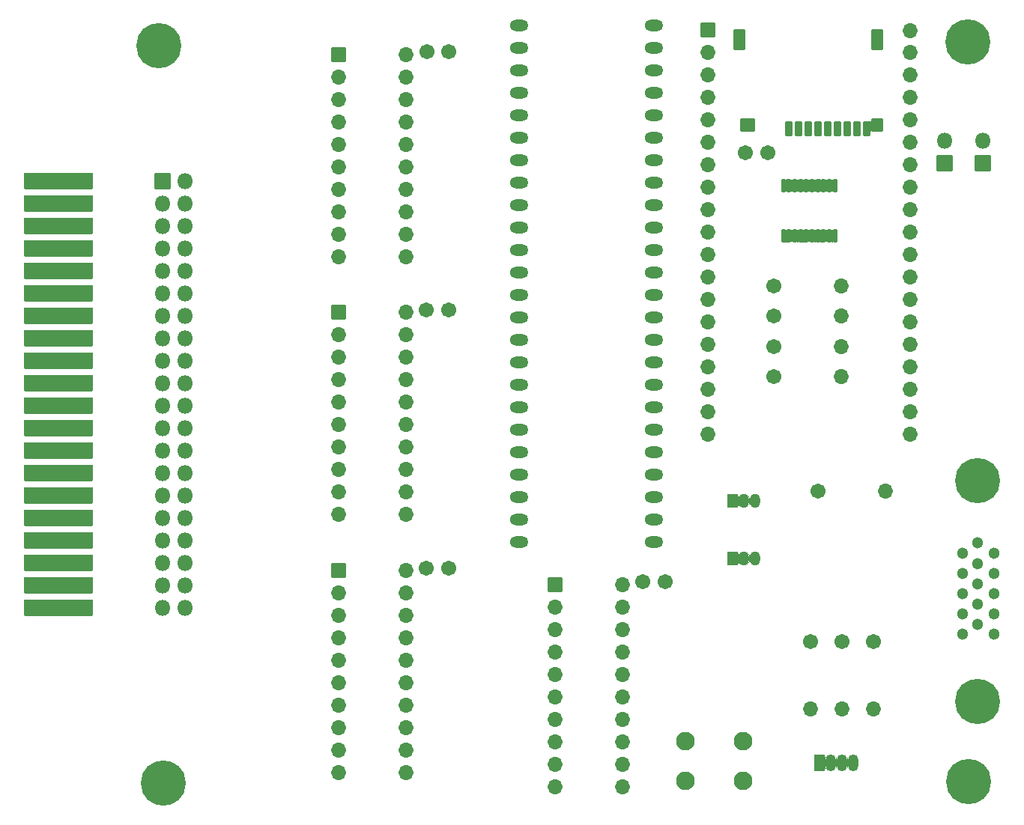
<source format=gbr>
%TF.GenerationSoftware,KiCad,Pcbnew,(6.0.0-0)*%
%TF.CreationDate,2022-01-11T18:58:16-08:00*%
%TF.ProjectId,TRS-IO-M1,5452532d-494f-42d4-9d31-2e6b69636164,rev?*%
%TF.SameCoordinates,Original*%
%TF.FileFunction,Soldermask,Top*%
%TF.FilePolarity,Negative*%
%FSLAX46Y46*%
G04 Gerber Fmt 4.6, Leading zero omitted, Abs format (unit mm)*
G04 Created by KiCad (PCBNEW (6.0.0-0)) date 2022-01-11 18:58:16*
%MOMM*%
%LPD*%
G01*
G04 APERTURE LIST*
G04 Aperture macros list*
%AMRoundRect*
0 Rectangle with rounded corners*
0 $1 Rounding radius*
0 $2 $3 $4 $5 $6 $7 $8 $9 X,Y pos of 4 corners*
0 Add a 4 corners polygon primitive as box body*
4,1,4,$2,$3,$4,$5,$6,$7,$8,$9,$2,$3,0*
0 Add four circle primitives for the rounded corners*
1,1,$1+$1,$2,$3*
1,1,$1+$1,$4,$5*
1,1,$1+$1,$6,$7*
1,1,$1+$1,$8,$9*
0 Add four rect primitives between the rounded corners*
20,1,$1+$1,$2,$3,$4,$5,0*
20,1,$1+$1,$4,$5,$6,$7,0*
20,1,$1+$1,$6,$7,$8,$9,0*
20,1,$1+$1,$8,$9,$2,$3,0*%
G04 Aperture macros list end*
%ADD10RoundRect,0.051000X-0.850000X-0.850000X0.850000X-0.850000X0.850000X0.850000X-0.850000X0.850000X0*%
%ADD11O,1.802000X1.802000*%
%ADD12RoundRect,0.051000X3.810000X-0.889000X3.810000X0.889000X-3.810000X0.889000X-3.810000X-0.889000X0*%
%ADD13RoundRect,0.051000X-0.800000X-0.800000X0.800000X-0.800000X0.800000X0.800000X-0.800000X0.800000X0*%
%ADD14O,1.702000X1.702000*%
%ADD15C,1.702000*%
%ADD16O,2.102000X1.302000*%
%ADD17RoundRect,0.051000X-0.525000X-0.750000X0.525000X-0.750000X0.525000X0.750000X-0.525000X0.750000X0*%
%ADD18O,1.152000X1.602000*%
%ADD19RoundRect,0.051000X0.850000X0.850000X-0.850000X0.850000X-0.850000X-0.850000X0.850000X-0.850000X0*%
%ADD20RoundRect,0.051000X0.350000X0.800000X-0.350000X0.800000X-0.350000X-0.800000X0.350000X-0.800000X0*%
%ADD21RoundRect,0.051000X0.800000X0.700000X-0.800000X0.700000X-0.800000X-0.700000X0.800000X-0.700000X0*%
%ADD22RoundRect,0.051000X0.600000X1.100000X-0.600000X1.100000X-0.600000X-1.100000X0.600000X-1.100000X0*%
%ADD23RoundRect,0.051000X0.600000X0.700000X-0.600000X0.700000X-0.600000X-0.700000X0.600000X-0.700000X0*%
%ADD24RoundRect,0.051000X-0.535000X-0.900000X0.535000X-0.900000X0.535000X0.900000X-0.535000X0.900000X0*%
%ADD25O,1.172000X1.902000*%
%ADD26C,2.102000*%
%ADD27C,0.902000*%
%ADD28C,5.102000*%
%ADD29C,5.103260*%
%ADD30C,1.300880*%
%ADD31RoundRect,0.151000X-0.100000X0.637500X-0.100000X-0.637500X0.100000X-0.637500X0.100000X0.637500X0*%
G04 APERTURE END LIST*
D10*
%TO.C,J1*%
X118839000Y-68759200D03*
D11*
X121379000Y-68759200D03*
X118839000Y-71299200D03*
X121379000Y-71299200D03*
X118839000Y-73839200D03*
X121379000Y-73839200D03*
X118839000Y-76379200D03*
X121379000Y-76379200D03*
X118839000Y-78919200D03*
X121379000Y-78919200D03*
X118839000Y-81459200D03*
X121379000Y-81459200D03*
X118839000Y-83999200D03*
X121379000Y-83999200D03*
X118839000Y-86539200D03*
X121379000Y-86539200D03*
X118839000Y-89079200D03*
X121379000Y-89079200D03*
X118839000Y-91619200D03*
X121379000Y-91619200D03*
X118839000Y-94159200D03*
X121379000Y-94159200D03*
X118839000Y-96699200D03*
X121379000Y-96699200D03*
X118839000Y-99239200D03*
X121379000Y-99239200D03*
X118839000Y-101779200D03*
X121379000Y-101779200D03*
X118839000Y-104319200D03*
X121379000Y-104319200D03*
X118839000Y-106859200D03*
X121379000Y-106859200D03*
X118839000Y-109399200D03*
X121379000Y-109399200D03*
X118839000Y-111939200D03*
X121379000Y-111939200D03*
X118839000Y-114479200D03*
X121379000Y-114479200D03*
X118839000Y-117019200D03*
X121379000Y-117019200D03*
%TD*%
D12*
%TO.C,J2*%
X107061000Y-68783200D03*
X107061000Y-71323200D03*
X107061000Y-73863200D03*
X107061000Y-76403200D03*
X107061000Y-78943200D03*
X107061000Y-81483200D03*
X107061000Y-84023200D03*
X107061000Y-86563200D03*
X107061000Y-89103200D03*
X107061000Y-91643200D03*
X107061000Y-94183200D03*
X107061000Y-96723200D03*
X107061000Y-99263200D03*
X107061000Y-101803200D03*
X107061000Y-104343200D03*
X107061000Y-106883200D03*
X107061000Y-109423200D03*
X107061000Y-111963200D03*
X107061000Y-114503200D03*
X107061000Y-117043200D03*
%TD*%
D13*
%TO.C,U3*%
X138684000Y-54432200D03*
D14*
X138684000Y-56972200D03*
X138684000Y-59512200D03*
X138684000Y-62052200D03*
X138684000Y-64592200D03*
X138684000Y-67132200D03*
X138684000Y-69672200D03*
X138684000Y-72212200D03*
X138684000Y-74752200D03*
X138684000Y-77292200D03*
X146304000Y-77292200D03*
X146304000Y-74752200D03*
X146304000Y-72212200D03*
X146304000Y-69672200D03*
X146304000Y-67132200D03*
X146304000Y-64592200D03*
X146304000Y-62052200D03*
X146304000Y-59512200D03*
X146304000Y-56972200D03*
X146304000Y-54432200D03*
%TD*%
D13*
%TO.C,U6*%
X163220400Y-114376200D03*
D14*
X163220400Y-116916200D03*
X163220400Y-119456200D03*
X163220400Y-121996200D03*
X163220400Y-124536200D03*
X163220400Y-127076200D03*
X163220400Y-129616200D03*
X163220400Y-132156200D03*
X163220400Y-134696200D03*
X163220400Y-137236200D03*
X170840400Y-137236200D03*
X170840400Y-134696200D03*
X170840400Y-132156200D03*
X170840400Y-129616200D03*
X170840400Y-127076200D03*
X170840400Y-124536200D03*
X170840400Y-121996200D03*
X170840400Y-119456200D03*
X170840400Y-116916200D03*
X170840400Y-114376200D03*
%TD*%
D13*
%TO.C,U5*%
X138684000Y-112801400D03*
D14*
X138684000Y-115341400D03*
X138684000Y-117881400D03*
X138684000Y-120421400D03*
X138684000Y-122961400D03*
X138684000Y-125501400D03*
X138684000Y-128041400D03*
X138684000Y-130581400D03*
X138684000Y-133121400D03*
X138684000Y-135661400D03*
X146304000Y-135661400D03*
X146304000Y-133121400D03*
X146304000Y-130581400D03*
X146304000Y-128041400D03*
X146304000Y-125501400D03*
X146304000Y-122961400D03*
X146304000Y-120421400D03*
X146304000Y-117881400D03*
X146304000Y-115341400D03*
X146304000Y-112801400D03*
%TD*%
D15*
%TO.C,R8*%
X187900000Y-80613000D03*
D14*
X195520000Y-80613000D03*
%TD*%
D15*
%TO.C,R7*%
X187900000Y-84042000D03*
D14*
X195520000Y-84042000D03*
%TD*%
D15*
%TO.C,R6*%
X187900000Y-87471000D03*
D14*
X195520000Y-87471000D03*
%TD*%
D16*
%TO.C,U2*%
X174371000Y-109550200D03*
X174371000Y-107010200D03*
X174371000Y-104470200D03*
X174371000Y-101930200D03*
X174371000Y-99390200D03*
X174371000Y-96850200D03*
X174371000Y-94310200D03*
X174371000Y-91770200D03*
X174371000Y-89230200D03*
X174371000Y-86690200D03*
X174371000Y-84150200D03*
X174371000Y-81610200D03*
X174371000Y-79070200D03*
X174371000Y-76530200D03*
X174371000Y-73990200D03*
X174371000Y-71450200D03*
X174371000Y-68910200D03*
X174371000Y-66370200D03*
X174371000Y-63830200D03*
X174371000Y-61290200D03*
X174371000Y-58750200D03*
X174371000Y-56210200D03*
X174371000Y-53670200D03*
X174371000Y-51130200D03*
X159131000Y-51130200D03*
X159131000Y-53670200D03*
X159131000Y-56210200D03*
X159131000Y-58750200D03*
X159131000Y-61290200D03*
X159131000Y-63830200D03*
X159131000Y-66370200D03*
X159131000Y-68910200D03*
X159131000Y-71450200D03*
X159131000Y-73990200D03*
X159131000Y-76530200D03*
X159131000Y-79070200D03*
X159131000Y-81610200D03*
X159131000Y-84150200D03*
X159131000Y-86690200D03*
X159131000Y-89230200D03*
X159131000Y-91770200D03*
X159131000Y-94310200D03*
X159131000Y-96850200D03*
X159131000Y-99390200D03*
X159131000Y-101930200D03*
X159131000Y-104470200D03*
X159131000Y-107010200D03*
X159131000Y-109550200D03*
%TD*%
D17*
%TO.C,Q2*%
X183286400Y-111429800D03*
D18*
X184556400Y-111429800D03*
X185826400Y-111429800D03*
%TD*%
D17*
%TO.C,Q1*%
X183286400Y-104927400D03*
D18*
X184556400Y-104927400D03*
X185826400Y-104927400D03*
%TD*%
D15*
%TO.C,C2*%
X148615400Y-83312000D03*
X151115400Y-83312000D03*
%TD*%
%TO.C,C1*%
X148666200Y-54127400D03*
X151166200Y-54127400D03*
%TD*%
D19*
%TO.C,J5*%
X211500000Y-66750000D03*
D11*
X211500000Y-64210000D03*
%TD*%
D19*
%TO.C,J4*%
X207206400Y-66750000D03*
D11*
X207206400Y-64210000D03*
%TD*%
D15*
%TO.C,C5*%
X187200000Y-65550000D03*
X184700000Y-65550000D03*
%TD*%
%TO.C,C4*%
X173126400Y-114071400D03*
X175626400Y-114071400D03*
%TD*%
%TO.C,C3*%
X148615400Y-112522000D03*
X151115400Y-112522000D03*
%TD*%
%TO.C,R5*%
X187900000Y-90900000D03*
D14*
X195520000Y-90900000D03*
%TD*%
D20*
%TO.C,J3*%
X189595400Y-62874800D03*
X190695400Y-62874800D03*
X191795400Y-62874800D03*
X192895400Y-62874800D03*
X193995400Y-62874800D03*
X195095400Y-62874800D03*
X196195400Y-62874800D03*
X197295400Y-62874800D03*
X198395400Y-62874800D03*
D21*
X184945400Y-62374800D03*
D22*
X184045400Y-52774800D03*
X199545400Y-52774800D03*
D23*
X199545400Y-62374800D03*
%TD*%
D24*
%TO.C,D1*%
X193065400Y-134543800D03*
D25*
X194335400Y-134543800D03*
X195605400Y-134543800D03*
X196875400Y-134543800D03*
%TD*%
D13*
%TO.C,U4*%
X138684000Y-83616800D03*
D14*
X138684000Y-86156800D03*
X138684000Y-88696800D03*
X138684000Y-91236800D03*
X138684000Y-93776800D03*
X138684000Y-96316800D03*
X138684000Y-98856800D03*
X138684000Y-101396800D03*
X138684000Y-103936800D03*
X138684000Y-106476800D03*
X146304000Y-106476800D03*
X146304000Y-103936800D03*
X146304000Y-101396800D03*
X146304000Y-98856800D03*
X146304000Y-96316800D03*
X146304000Y-93776800D03*
X146304000Y-91236800D03*
X146304000Y-88696800D03*
X146304000Y-86156800D03*
X146304000Y-83616800D03*
%TD*%
D15*
%TO.C,R3*%
X195605400Y-120827800D03*
D14*
X195605400Y-128447800D03*
%TD*%
D15*
%TO.C,R2*%
X199161400Y-120827800D03*
D14*
X199161400Y-128447800D03*
%TD*%
D13*
%TO.C,U1*%
X180416200Y-51689000D03*
D14*
X180416200Y-54229000D03*
X180416200Y-56769000D03*
X180416200Y-59309000D03*
X180416200Y-61849000D03*
X180416200Y-64389000D03*
X180416200Y-66929000D03*
X180416200Y-69469000D03*
X180416200Y-72009000D03*
X180416200Y-74549000D03*
X180416200Y-77089000D03*
X180416200Y-79629000D03*
X180416200Y-82169000D03*
X180416200Y-84709000D03*
X180416200Y-87249000D03*
X180416200Y-89789000D03*
X180416200Y-92329000D03*
X180416200Y-94869000D03*
X180416200Y-97409000D03*
X203276200Y-97409000D03*
X203276200Y-94869000D03*
X203276200Y-92329000D03*
X203276200Y-89789000D03*
X203276200Y-87249000D03*
X203276200Y-84709000D03*
X203276200Y-82169000D03*
X203276200Y-79629000D03*
X203276200Y-77089000D03*
X203276200Y-74549000D03*
X203276200Y-72009000D03*
X203276200Y-69469000D03*
X203276200Y-66929000D03*
X203276200Y-64389000D03*
X203276200Y-61849000D03*
X203276200Y-59309000D03*
X203276200Y-56769000D03*
X203276200Y-54229000D03*
X203276200Y-51752500D03*
%TD*%
D15*
%TO.C,R4*%
X192874900Y-103809800D03*
D14*
X200494900Y-103809800D03*
%TD*%
D26*
%TO.C,SW1*%
X177950000Y-136550000D03*
X184450000Y-136550000D03*
X184450000Y-132050000D03*
X177950000Y-132050000D03*
%TD*%
D15*
%TO.C,R1*%
X192049400Y-120827800D03*
D14*
X192049400Y-128447800D03*
%TD*%
D27*
%TO.C,H1*%
X118400000Y-51575000D03*
X117074175Y-52124175D03*
D28*
X118400000Y-53450000D03*
D27*
X118400000Y-55325000D03*
X119725825Y-52124175D03*
X117074175Y-54775825D03*
X116525000Y-53450000D03*
X119725825Y-54775825D03*
X120275000Y-53450000D03*
%TD*%
%TO.C,H2*%
X207975000Y-53000000D03*
X209850000Y-54875000D03*
X209850000Y-51125000D03*
X211725000Y-53000000D03*
X208524175Y-54325825D03*
X211175825Y-51674175D03*
X208524175Y-51674175D03*
X211175825Y-54325825D03*
D28*
X209850000Y-53000000D03*
%TD*%
%TO.C,H3*%
X118900000Y-136800000D03*
D27*
X117574175Y-138125825D03*
X118900000Y-138675000D03*
X120775000Y-136800000D03*
X117025000Y-136800000D03*
X120225825Y-138125825D03*
X117574175Y-135474175D03*
X118900000Y-134925000D03*
X120225825Y-135474175D03*
%TD*%
%TO.C,H4*%
X211275825Y-138025825D03*
D28*
X209950000Y-136700000D03*
D27*
X211825000Y-136700000D03*
X208624175Y-135374175D03*
X208624175Y-138025825D03*
X208075000Y-136700000D03*
X211275825Y-135374175D03*
X209950000Y-138575000D03*
X209950000Y-134825000D03*
%TD*%
D29*
%TO.C,J6*%
X210928580Y-102655740D03*
X210928580Y-127644260D03*
D30*
X209209600Y-110839620D03*
X209209600Y-113130700D03*
X209209600Y-115416700D03*
X209209600Y-117710320D03*
X209209600Y-119998860D03*
X210974300Y-109694080D03*
X210974300Y-111987700D03*
X210974300Y-114286400D03*
X210974300Y-116585100D03*
X210974300Y-118858400D03*
X212765600Y-110839620D03*
X212765600Y-113130700D03*
X212765600Y-115419240D03*
X212765600Y-117710320D03*
X212765600Y-120001400D03*
%TD*%
D31*
%TO.C,U7*%
X194825000Y-69237500D03*
X194175000Y-69237500D03*
X193525000Y-69237500D03*
X192875000Y-69237500D03*
X192225000Y-69237500D03*
X191575000Y-69237500D03*
X190925000Y-69237500D03*
X190275000Y-69237500D03*
X189625000Y-69237500D03*
X188975000Y-69237500D03*
X188975000Y-74962500D03*
X189625000Y-74962500D03*
X190275000Y-74962500D03*
X190925000Y-74962500D03*
X191575000Y-74962500D03*
X192225000Y-74962500D03*
X192875000Y-74962500D03*
X193525000Y-74962500D03*
X194175000Y-74962500D03*
X194825000Y-74962500D03*
%TD*%
G36*
X193653319Y-133746067D02*
G01*
X193672995Y-133813079D01*
X193725338Y-133858434D01*
X193793891Y-133868291D01*
X193857047Y-133839448D01*
X193877102Y-133817250D01*
X193898959Y-133786150D01*
X193899280Y-133785793D01*
X193908037Y-133778154D01*
X193910000Y-133777769D01*
X193911315Y-133779276D01*
X193910939Y-133780879D01*
X193829655Y-133886810D01*
X193771316Y-134027654D01*
X193751400Y-134178932D01*
X193751400Y-134908668D01*
X193771316Y-135059946D01*
X193829655Y-135200790D01*
X193909046Y-135304255D01*
X193909307Y-135306238D01*
X193907720Y-135307456D01*
X193906128Y-135306966D01*
X193895190Y-135297220D01*
X193894873Y-135296860D01*
X193877928Y-135272206D01*
X193823978Y-135228306D01*
X193755150Y-135220575D01*
X193693071Y-135251281D01*
X193657362Y-135310818D01*
X193653384Y-135341892D01*
X193652172Y-135343483D01*
X193650188Y-135343229D01*
X193649400Y-135341638D01*
X193649400Y-133746630D01*
X193650400Y-133744898D01*
X193652400Y-133744898D01*
X193653319Y-133746067D01*
G37*
G36*
X196364759Y-133896941D02*
G01*
X196364793Y-133898548D01*
X196311316Y-134027654D01*
X196291400Y-134178932D01*
X196291400Y-134908668D01*
X196311316Y-135059946D01*
X196363604Y-135186180D01*
X196363343Y-135188163D01*
X196361495Y-135188928D01*
X196360108Y-135188078D01*
X196347393Y-135169578D01*
X196346866Y-135169620D01*
X196346130Y-135169020D01*
X196313264Y-135125504D01*
X196248269Y-135101578D01*
X196180659Y-135116589D01*
X196131729Y-135165937D01*
X196125403Y-135179600D01*
X196122904Y-135186009D01*
X196122677Y-135186433D01*
X196119491Y-135190967D01*
X196117677Y-135191809D01*
X196116041Y-135190659D01*
X196116007Y-135189052D01*
X196169484Y-135059946D01*
X196189400Y-134908668D01*
X196189400Y-134178932D01*
X196169484Y-134027654D01*
X196117196Y-133901420D01*
X196117457Y-133899437D01*
X196119305Y-133898672D01*
X196120692Y-133899522D01*
X196133407Y-133918022D01*
X196133934Y-133917980D01*
X196134670Y-133918580D01*
X196167536Y-133962096D01*
X196232531Y-133986022D01*
X196300141Y-133971011D01*
X196349071Y-133921663D01*
X196355397Y-133908000D01*
X196357896Y-133901591D01*
X196358123Y-133901167D01*
X196361309Y-133896633D01*
X196363123Y-133895791D01*
X196364759Y-133896941D01*
G37*
G36*
X195094759Y-133896941D02*
G01*
X195094793Y-133898548D01*
X195041316Y-134027654D01*
X195021400Y-134178932D01*
X195021400Y-134908668D01*
X195041316Y-135059946D01*
X195093604Y-135186180D01*
X195093343Y-135188163D01*
X195091495Y-135188928D01*
X195090108Y-135188078D01*
X195077393Y-135169578D01*
X195076866Y-135169620D01*
X195076130Y-135169020D01*
X195043264Y-135125504D01*
X194978269Y-135101578D01*
X194910659Y-135116589D01*
X194861729Y-135165937D01*
X194855403Y-135179600D01*
X194852904Y-135186009D01*
X194852677Y-135186433D01*
X194849491Y-135190967D01*
X194847677Y-135191809D01*
X194846041Y-135190659D01*
X194846007Y-135189052D01*
X194899484Y-135059946D01*
X194919400Y-134908668D01*
X194919400Y-134178932D01*
X194899484Y-134027654D01*
X194847196Y-133901420D01*
X194847457Y-133899437D01*
X194849305Y-133898672D01*
X194850692Y-133899522D01*
X194863407Y-133918022D01*
X194863934Y-133917980D01*
X194864670Y-133918580D01*
X194897536Y-133962096D01*
X194962531Y-133986022D01*
X195030141Y-133971011D01*
X195079071Y-133921663D01*
X195085397Y-133908000D01*
X195087896Y-133901591D01*
X195088123Y-133901167D01*
X195091309Y-133896633D01*
X195093123Y-133895791D01*
X195094759Y-133896941D01*
G37*
G36*
X183864319Y-110803559D02*
G01*
X183883995Y-110870571D01*
X183936338Y-110915926D01*
X184004891Y-110925783D01*
X184068048Y-110896940D01*
X184082963Y-110880430D01*
X184084866Y-110879815D01*
X184086350Y-110881156D01*
X184086034Y-110882989D01*
X184059315Y-110917810D01*
X184001976Y-111056242D01*
X183982400Y-111204932D01*
X183982400Y-111654668D01*
X184001976Y-111803358D01*
X184059315Y-111941790D01*
X184090275Y-111982138D01*
X184090536Y-111984121D01*
X184088949Y-111985339D01*
X184087426Y-111984907D01*
X184034979Y-111942228D01*
X183966151Y-111934497D01*
X183904072Y-111965202D01*
X183868362Y-112024739D01*
X183864384Y-112055814D01*
X183863172Y-112057405D01*
X183861188Y-112057151D01*
X183860400Y-112055560D01*
X183860400Y-110804122D01*
X183861400Y-110802390D01*
X183863400Y-110802390D01*
X183864319Y-110803559D01*
G37*
G36*
X185324476Y-110927804D02*
G01*
X185324510Y-110929411D01*
X185271976Y-111056242D01*
X185252400Y-111204932D01*
X185252400Y-111654668D01*
X185271976Y-111803358D01*
X185323341Y-111927365D01*
X185323080Y-111929348D01*
X185321232Y-111930113D01*
X185319845Y-111929263D01*
X185315107Y-111922370D01*
X185314884Y-111921944D01*
X185306330Y-111899306D01*
X185264408Y-111843802D01*
X185199413Y-111819875D01*
X185131803Y-111834887D01*
X185082874Y-111884236D01*
X185076549Y-111897894D01*
X185065089Y-111927287D01*
X185064862Y-111927710D01*
X185061774Y-111932104D01*
X185059960Y-111932946D01*
X185058324Y-111931796D01*
X185058290Y-111930189D01*
X185110824Y-111803358D01*
X185130400Y-111654668D01*
X185130400Y-111204932D01*
X185110824Y-111056242D01*
X185059459Y-110932235D01*
X185059720Y-110930252D01*
X185061568Y-110929487D01*
X185062955Y-110930337D01*
X185067693Y-110937230D01*
X185067916Y-110937656D01*
X185076470Y-110960294D01*
X185118392Y-111015798D01*
X185183387Y-111039725D01*
X185250997Y-111024713D01*
X185299926Y-110975364D01*
X185306251Y-110961706D01*
X185317711Y-110932313D01*
X185317938Y-110931890D01*
X185321026Y-110927496D01*
X185322840Y-110926654D01*
X185324476Y-110927804D01*
G37*
G36*
X183864319Y-104301159D02*
G01*
X183883995Y-104368171D01*
X183936338Y-104413526D01*
X184004891Y-104423383D01*
X184068048Y-104394540D01*
X184082963Y-104378030D01*
X184084866Y-104377415D01*
X184086350Y-104378756D01*
X184086034Y-104380589D01*
X184059315Y-104415410D01*
X184001976Y-104553842D01*
X183982400Y-104702532D01*
X183982400Y-105152268D01*
X184001976Y-105300958D01*
X184059315Y-105439390D01*
X184090275Y-105479738D01*
X184090536Y-105481721D01*
X184088949Y-105482939D01*
X184087426Y-105482507D01*
X184034979Y-105439828D01*
X183966151Y-105432097D01*
X183904072Y-105462802D01*
X183868362Y-105522339D01*
X183864384Y-105553414D01*
X183863172Y-105555005D01*
X183861188Y-105554751D01*
X183860400Y-105553160D01*
X183860400Y-104301722D01*
X183861400Y-104299990D01*
X183863400Y-104299990D01*
X183864319Y-104301159D01*
G37*
G36*
X185324476Y-104425404D02*
G01*
X185324510Y-104427011D01*
X185271976Y-104553842D01*
X185252400Y-104702532D01*
X185252400Y-105152268D01*
X185271976Y-105300958D01*
X185323341Y-105424965D01*
X185323080Y-105426948D01*
X185321232Y-105427713D01*
X185319845Y-105426863D01*
X185315107Y-105419970D01*
X185314884Y-105419544D01*
X185306330Y-105396906D01*
X185264408Y-105341402D01*
X185199413Y-105317475D01*
X185131803Y-105332487D01*
X185082874Y-105381836D01*
X185076549Y-105395494D01*
X185065089Y-105424887D01*
X185064862Y-105425310D01*
X185061774Y-105429704D01*
X185059960Y-105430546D01*
X185058324Y-105429396D01*
X185058290Y-105427789D01*
X185110824Y-105300958D01*
X185130400Y-105152268D01*
X185130400Y-104702532D01*
X185110824Y-104553842D01*
X185059459Y-104429835D01*
X185059720Y-104427852D01*
X185061568Y-104427087D01*
X185062955Y-104427937D01*
X185067693Y-104434830D01*
X185067916Y-104435256D01*
X185076470Y-104457894D01*
X185118392Y-104513398D01*
X185183387Y-104537325D01*
X185250997Y-104522313D01*
X185299926Y-104472964D01*
X185306251Y-104459306D01*
X185317711Y-104429913D01*
X185317938Y-104429490D01*
X185321026Y-104425096D01*
X185322840Y-104424254D01*
X185324476Y-104425404D01*
G37*
G36*
X189203891Y-74247874D02*
G01*
X189250944Y-74287197D01*
X189319660Y-74295830D01*
X189382289Y-74265867D01*
X189389800Y-74257197D01*
X189391690Y-74256543D01*
X189393202Y-74257853D01*
X189392975Y-74259618D01*
X189387379Y-74267994D01*
X189376000Y-74325199D01*
X189376000Y-75599801D01*
X189387379Y-75657006D01*
X189399055Y-75674480D01*
X189399186Y-75676476D01*
X189397523Y-75677587D01*
X189396109Y-75677126D01*
X189349056Y-75637803D01*
X189280340Y-75629170D01*
X189217711Y-75659133D01*
X189210200Y-75667803D01*
X189208310Y-75668457D01*
X189206798Y-75667147D01*
X189207025Y-75665382D01*
X189212621Y-75657006D01*
X189224000Y-75599801D01*
X189224000Y-74325199D01*
X189212621Y-74267994D01*
X189200945Y-74250520D01*
X189200814Y-74248524D01*
X189202477Y-74247413D01*
X189203891Y-74247874D01*
G37*
G36*
X189853891Y-74247874D02*
G01*
X189900944Y-74287197D01*
X189969660Y-74295830D01*
X190032289Y-74265867D01*
X190039800Y-74257197D01*
X190041690Y-74256543D01*
X190043202Y-74257853D01*
X190042975Y-74259618D01*
X190037379Y-74267994D01*
X190026000Y-74325199D01*
X190026000Y-75599801D01*
X190037379Y-75657006D01*
X190049055Y-75674480D01*
X190049186Y-75676476D01*
X190047523Y-75677587D01*
X190046109Y-75677126D01*
X189999056Y-75637803D01*
X189930340Y-75629170D01*
X189867711Y-75659133D01*
X189860200Y-75667803D01*
X189858310Y-75668457D01*
X189856798Y-75667147D01*
X189857025Y-75665382D01*
X189862621Y-75657006D01*
X189874000Y-75599801D01*
X189874000Y-74325199D01*
X189862621Y-74267994D01*
X189850945Y-74250520D01*
X189850814Y-74248524D01*
X189852477Y-74247413D01*
X189853891Y-74247874D01*
G37*
G36*
X194403891Y-74247874D02*
G01*
X194450944Y-74287197D01*
X194519660Y-74295830D01*
X194582289Y-74265867D01*
X194589800Y-74257197D01*
X194591690Y-74256543D01*
X194593202Y-74257853D01*
X194592975Y-74259618D01*
X194587379Y-74267994D01*
X194576000Y-74325199D01*
X194576000Y-75599801D01*
X194587379Y-75657006D01*
X194599055Y-75674480D01*
X194599186Y-75676476D01*
X194597523Y-75677587D01*
X194596109Y-75677126D01*
X194549056Y-75637803D01*
X194480340Y-75629170D01*
X194417711Y-75659133D01*
X194410200Y-75667803D01*
X194408310Y-75668457D01*
X194406798Y-75667147D01*
X194407025Y-75665382D01*
X194412621Y-75657006D01*
X194424000Y-75599801D01*
X194424000Y-74325199D01*
X194412621Y-74267994D01*
X194400945Y-74250520D01*
X194400814Y-74248524D01*
X194402477Y-74247413D01*
X194403891Y-74247874D01*
G37*
G36*
X193753891Y-74247874D02*
G01*
X193800944Y-74287197D01*
X193869660Y-74295830D01*
X193932289Y-74265867D01*
X193939800Y-74257197D01*
X193941690Y-74256543D01*
X193943202Y-74257853D01*
X193942975Y-74259618D01*
X193937379Y-74267994D01*
X193926000Y-74325199D01*
X193926000Y-75599801D01*
X193937379Y-75657006D01*
X193949055Y-75674480D01*
X193949186Y-75676476D01*
X193947523Y-75677587D01*
X193946109Y-75677126D01*
X193899056Y-75637803D01*
X193830340Y-75629170D01*
X193767711Y-75659133D01*
X193760200Y-75667803D01*
X193758310Y-75668457D01*
X193756798Y-75667147D01*
X193757025Y-75665382D01*
X193762621Y-75657006D01*
X193774000Y-75599801D01*
X193774000Y-74325199D01*
X193762621Y-74267994D01*
X193750945Y-74250520D01*
X193750814Y-74248524D01*
X193752477Y-74247413D01*
X193753891Y-74247874D01*
G37*
G36*
X191803891Y-74247874D02*
G01*
X191850944Y-74287197D01*
X191919660Y-74295830D01*
X191982289Y-74265867D01*
X191989800Y-74257197D01*
X191991690Y-74256543D01*
X191993202Y-74257853D01*
X191992975Y-74259618D01*
X191987379Y-74267994D01*
X191976000Y-74325199D01*
X191976000Y-75599801D01*
X191987379Y-75657006D01*
X191999055Y-75674480D01*
X191999186Y-75676476D01*
X191997523Y-75677587D01*
X191996109Y-75677126D01*
X191949056Y-75637803D01*
X191880340Y-75629170D01*
X191817711Y-75659133D01*
X191810200Y-75667803D01*
X191808310Y-75668457D01*
X191806798Y-75667147D01*
X191807025Y-75665382D01*
X191812621Y-75657006D01*
X191824000Y-75599801D01*
X191824000Y-74325199D01*
X191812621Y-74267994D01*
X191800945Y-74250520D01*
X191800814Y-74248524D01*
X191802477Y-74247413D01*
X191803891Y-74247874D01*
G37*
G36*
X191153891Y-74247874D02*
G01*
X191200944Y-74287197D01*
X191269660Y-74295830D01*
X191332289Y-74265867D01*
X191339800Y-74257197D01*
X191341690Y-74256543D01*
X191343202Y-74257853D01*
X191342975Y-74259618D01*
X191337379Y-74267994D01*
X191326000Y-74325199D01*
X191326000Y-75599801D01*
X191337379Y-75657006D01*
X191349055Y-75674480D01*
X191349186Y-75676476D01*
X191347523Y-75677587D01*
X191346109Y-75677126D01*
X191299056Y-75637803D01*
X191230340Y-75629170D01*
X191167711Y-75659133D01*
X191160200Y-75667803D01*
X191158310Y-75668457D01*
X191156798Y-75667147D01*
X191157025Y-75665382D01*
X191162621Y-75657006D01*
X191174000Y-75599801D01*
X191174000Y-74325199D01*
X191162621Y-74267994D01*
X191150945Y-74250520D01*
X191150814Y-74248524D01*
X191152477Y-74247413D01*
X191153891Y-74247874D01*
G37*
G36*
X192453891Y-74247874D02*
G01*
X192500944Y-74287197D01*
X192569660Y-74295830D01*
X192632289Y-74265867D01*
X192639800Y-74257197D01*
X192641690Y-74256543D01*
X192643202Y-74257853D01*
X192642975Y-74259618D01*
X192637379Y-74267994D01*
X192626000Y-74325199D01*
X192626000Y-75599801D01*
X192637379Y-75657006D01*
X192649055Y-75674480D01*
X192649186Y-75676476D01*
X192647523Y-75677587D01*
X192646109Y-75677126D01*
X192599056Y-75637803D01*
X192530340Y-75629170D01*
X192467711Y-75659133D01*
X192460200Y-75667803D01*
X192458310Y-75668457D01*
X192456798Y-75667147D01*
X192457025Y-75665382D01*
X192462621Y-75657006D01*
X192474000Y-75599801D01*
X192474000Y-74325199D01*
X192462621Y-74267994D01*
X192450945Y-74250520D01*
X192450814Y-74248524D01*
X192452477Y-74247413D01*
X192453891Y-74247874D01*
G37*
G36*
X190503891Y-74247874D02*
G01*
X190550944Y-74287197D01*
X190619660Y-74295830D01*
X190682289Y-74265867D01*
X190689800Y-74257197D01*
X190691690Y-74256543D01*
X190693202Y-74257853D01*
X190692975Y-74259618D01*
X190687379Y-74267994D01*
X190676000Y-74325199D01*
X190676000Y-75599801D01*
X190687379Y-75657006D01*
X190699055Y-75674480D01*
X190699186Y-75676476D01*
X190697523Y-75677587D01*
X190696109Y-75677126D01*
X190649056Y-75637803D01*
X190580340Y-75629170D01*
X190517711Y-75659133D01*
X190510200Y-75667803D01*
X190508310Y-75668457D01*
X190506798Y-75667147D01*
X190507025Y-75665382D01*
X190512621Y-75657006D01*
X190524000Y-75599801D01*
X190524000Y-74325199D01*
X190512621Y-74267994D01*
X190500945Y-74250520D01*
X190500814Y-74248524D01*
X190502477Y-74247413D01*
X190503891Y-74247874D01*
G37*
G36*
X193103891Y-74247874D02*
G01*
X193150944Y-74287197D01*
X193219660Y-74295830D01*
X193282289Y-74265867D01*
X193289800Y-74257197D01*
X193291690Y-74256543D01*
X193293202Y-74257853D01*
X193292975Y-74259618D01*
X193287379Y-74267994D01*
X193276000Y-74325199D01*
X193276000Y-75599801D01*
X193287379Y-75657006D01*
X193299055Y-75674480D01*
X193299186Y-75676476D01*
X193297523Y-75677587D01*
X193296109Y-75677126D01*
X193249056Y-75637803D01*
X193180340Y-75629170D01*
X193117711Y-75659133D01*
X193110200Y-75667803D01*
X193108310Y-75668457D01*
X193106798Y-75667147D01*
X193107025Y-75665382D01*
X193112621Y-75657006D01*
X193124000Y-75599801D01*
X193124000Y-74325199D01*
X193112621Y-74267994D01*
X193100945Y-74250520D01*
X193100814Y-74248524D01*
X193102477Y-74247413D01*
X193103891Y-74247874D01*
G37*
G36*
X189203891Y-68522874D02*
G01*
X189250944Y-68562197D01*
X189319660Y-68570830D01*
X189382289Y-68540867D01*
X189389800Y-68532197D01*
X189391690Y-68531543D01*
X189393202Y-68532853D01*
X189392975Y-68534618D01*
X189387379Y-68542994D01*
X189376000Y-68600199D01*
X189376000Y-69874801D01*
X189387379Y-69932006D01*
X189399055Y-69949480D01*
X189399186Y-69951476D01*
X189397523Y-69952587D01*
X189396109Y-69952126D01*
X189349056Y-69912803D01*
X189280340Y-69904170D01*
X189217711Y-69934133D01*
X189210200Y-69942803D01*
X189208310Y-69943457D01*
X189206798Y-69942147D01*
X189207025Y-69940382D01*
X189212621Y-69932006D01*
X189224000Y-69874801D01*
X189224000Y-68600199D01*
X189212621Y-68542994D01*
X189200945Y-68525520D01*
X189200814Y-68523524D01*
X189202477Y-68522413D01*
X189203891Y-68522874D01*
G37*
G36*
X189853891Y-68522874D02*
G01*
X189900944Y-68562197D01*
X189969660Y-68570830D01*
X190032289Y-68540867D01*
X190039800Y-68532197D01*
X190041690Y-68531543D01*
X190043202Y-68532853D01*
X190042975Y-68534618D01*
X190037379Y-68542994D01*
X190026000Y-68600199D01*
X190026000Y-69874801D01*
X190037379Y-69932006D01*
X190049055Y-69949480D01*
X190049186Y-69951476D01*
X190047523Y-69952587D01*
X190046109Y-69952126D01*
X189999056Y-69912803D01*
X189930340Y-69904170D01*
X189867711Y-69934133D01*
X189860200Y-69942803D01*
X189858310Y-69943457D01*
X189856798Y-69942147D01*
X189857025Y-69940382D01*
X189862621Y-69932006D01*
X189874000Y-69874801D01*
X189874000Y-68600199D01*
X189862621Y-68542994D01*
X189850945Y-68525520D01*
X189850814Y-68523524D01*
X189852477Y-68522413D01*
X189853891Y-68522874D01*
G37*
G36*
X192453891Y-68522874D02*
G01*
X192500944Y-68562197D01*
X192569660Y-68570830D01*
X192632289Y-68540867D01*
X192639800Y-68532197D01*
X192641690Y-68531543D01*
X192643202Y-68532853D01*
X192642975Y-68534618D01*
X192637379Y-68542994D01*
X192626000Y-68600199D01*
X192626000Y-69874801D01*
X192637379Y-69932006D01*
X192649055Y-69949480D01*
X192649186Y-69951476D01*
X192647523Y-69952587D01*
X192646109Y-69952126D01*
X192599056Y-69912803D01*
X192530340Y-69904170D01*
X192467711Y-69934133D01*
X192460200Y-69942803D01*
X192458310Y-69943457D01*
X192456798Y-69942147D01*
X192457025Y-69940382D01*
X192462621Y-69932006D01*
X192474000Y-69874801D01*
X192474000Y-68600199D01*
X192462621Y-68542994D01*
X192450945Y-68525520D01*
X192450814Y-68523524D01*
X192452477Y-68522413D01*
X192453891Y-68522874D01*
G37*
G36*
X191803891Y-68522874D02*
G01*
X191850944Y-68562197D01*
X191919660Y-68570830D01*
X191982289Y-68540867D01*
X191989800Y-68532197D01*
X191991690Y-68531543D01*
X191993202Y-68532853D01*
X191992975Y-68534618D01*
X191987379Y-68542994D01*
X191976000Y-68600199D01*
X191976000Y-69874801D01*
X191987379Y-69932006D01*
X191999055Y-69949480D01*
X191999186Y-69951476D01*
X191997523Y-69952587D01*
X191996109Y-69952126D01*
X191949056Y-69912803D01*
X191880340Y-69904170D01*
X191817711Y-69934133D01*
X191810200Y-69942803D01*
X191808310Y-69943457D01*
X191806798Y-69942147D01*
X191807025Y-69940382D01*
X191812621Y-69932006D01*
X191824000Y-69874801D01*
X191824000Y-68600199D01*
X191812621Y-68542994D01*
X191800945Y-68525520D01*
X191800814Y-68523524D01*
X191802477Y-68522413D01*
X191803891Y-68522874D01*
G37*
G36*
X194403891Y-68522874D02*
G01*
X194450944Y-68562197D01*
X194519660Y-68570830D01*
X194582289Y-68540867D01*
X194589800Y-68532197D01*
X194591690Y-68531543D01*
X194593202Y-68532853D01*
X194592975Y-68534618D01*
X194587379Y-68542994D01*
X194576000Y-68600199D01*
X194576000Y-69874801D01*
X194587379Y-69932006D01*
X194599055Y-69949480D01*
X194599186Y-69951476D01*
X194597523Y-69952587D01*
X194596109Y-69952126D01*
X194549056Y-69912803D01*
X194480340Y-69904170D01*
X194417711Y-69934133D01*
X194410200Y-69942803D01*
X194408310Y-69943457D01*
X194406798Y-69942147D01*
X194407025Y-69940382D01*
X194412621Y-69932006D01*
X194424000Y-69874801D01*
X194424000Y-68600199D01*
X194412621Y-68542994D01*
X194400945Y-68525520D01*
X194400814Y-68523524D01*
X194402477Y-68522413D01*
X194403891Y-68522874D01*
G37*
G36*
X191153891Y-68522874D02*
G01*
X191200944Y-68562197D01*
X191269660Y-68570830D01*
X191332289Y-68540867D01*
X191339800Y-68532197D01*
X191341690Y-68531543D01*
X191343202Y-68532853D01*
X191342975Y-68534618D01*
X191337379Y-68542994D01*
X191326000Y-68600199D01*
X191326000Y-69874801D01*
X191337379Y-69932006D01*
X191349055Y-69949480D01*
X191349186Y-69951476D01*
X191347523Y-69952587D01*
X191346109Y-69952126D01*
X191299056Y-69912803D01*
X191230340Y-69904170D01*
X191167711Y-69934133D01*
X191160200Y-69942803D01*
X191158310Y-69943457D01*
X191156798Y-69942147D01*
X191157025Y-69940382D01*
X191162621Y-69932006D01*
X191174000Y-69874801D01*
X191174000Y-68600199D01*
X191162621Y-68542994D01*
X191150945Y-68525520D01*
X191150814Y-68523524D01*
X191152477Y-68522413D01*
X191153891Y-68522874D01*
G37*
G36*
X190503891Y-68522874D02*
G01*
X190550944Y-68562197D01*
X190619660Y-68570830D01*
X190682289Y-68540867D01*
X190689800Y-68532197D01*
X190691690Y-68531543D01*
X190693202Y-68532853D01*
X190692975Y-68534618D01*
X190687379Y-68542994D01*
X190676000Y-68600199D01*
X190676000Y-69874801D01*
X190687379Y-69932006D01*
X190699055Y-69949480D01*
X190699186Y-69951476D01*
X190697523Y-69952587D01*
X190696109Y-69952126D01*
X190649056Y-69912803D01*
X190580340Y-69904170D01*
X190517711Y-69934133D01*
X190510200Y-69942803D01*
X190508310Y-69943457D01*
X190506798Y-69942147D01*
X190507025Y-69940382D01*
X190512621Y-69932006D01*
X190524000Y-69874801D01*
X190524000Y-68600199D01*
X190512621Y-68542994D01*
X190500945Y-68525520D01*
X190500814Y-68523524D01*
X190502477Y-68522413D01*
X190503891Y-68522874D01*
G37*
G36*
X193103891Y-68522874D02*
G01*
X193150944Y-68562197D01*
X193219660Y-68570830D01*
X193282289Y-68540867D01*
X193289800Y-68532197D01*
X193291690Y-68531543D01*
X193293202Y-68532853D01*
X193292975Y-68534618D01*
X193287379Y-68542994D01*
X193276000Y-68600199D01*
X193276000Y-69874801D01*
X193287379Y-69932006D01*
X193299055Y-69949480D01*
X193299186Y-69951476D01*
X193297523Y-69952587D01*
X193296109Y-69952126D01*
X193249056Y-69912803D01*
X193180340Y-69904170D01*
X193117711Y-69934133D01*
X193110200Y-69942803D01*
X193108310Y-69943457D01*
X193106798Y-69942147D01*
X193107025Y-69940382D01*
X193112621Y-69932006D01*
X193124000Y-69874801D01*
X193124000Y-68600199D01*
X193112621Y-68542994D01*
X193100945Y-68525520D01*
X193100814Y-68523524D01*
X193102477Y-68522413D01*
X193103891Y-68522874D01*
G37*
G36*
X193753891Y-68522874D02*
G01*
X193800944Y-68562197D01*
X193869660Y-68570830D01*
X193932289Y-68540867D01*
X193939800Y-68532197D01*
X193941690Y-68531543D01*
X193943202Y-68532853D01*
X193942975Y-68534618D01*
X193937379Y-68542994D01*
X193926000Y-68600199D01*
X193926000Y-69874801D01*
X193937379Y-69932006D01*
X193949055Y-69949480D01*
X193949186Y-69951476D01*
X193947523Y-69952587D01*
X193946109Y-69952126D01*
X193899056Y-69912803D01*
X193830340Y-69904170D01*
X193767711Y-69934133D01*
X193760200Y-69942803D01*
X193758310Y-69943457D01*
X193756798Y-69942147D01*
X193757025Y-69940382D01*
X193762621Y-69932006D01*
X193774000Y-69874801D01*
X193774000Y-68600199D01*
X193762621Y-68542994D01*
X193750945Y-68525520D01*
X193750814Y-68523524D01*
X193752477Y-68522413D01*
X193753891Y-68522874D01*
G37*
G36*
X198895884Y-61902234D02*
G01*
X198896400Y-61903575D01*
X198896400Y-63074601D01*
X198900167Y-63093538D01*
X198910780Y-63109420D01*
X198926662Y-63120033D01*
X198937685Y-63122226D01*
X198939189Y-63123545D01*
X198938799Y-63125507D01*
X198937473Y-63126180D01*
X198876395Y-63131646D01*
X198821725Y-63174115D01*
X198798303Y-63246640D01*
X198796819Y-63247981D01*
X198794916Y-63247366D01*
X198794400Y-63246025D01*
X198794400Y-62074999D01*
X198790633Y-62056062D01*
X198780020Y-62040180D01*
X198764138Y-62029567D01*
X198753115Y-62027374D01*
X198751611Y-62026055D01*
X198752001Y-62024093D01*
X198753327Y-62023420D01*
X198814405Y-62017954D01*
X198869075Y-61975485D01*
X198892497Y-61902960D01*
X198893981Y-61901619D01*
X198895884Y-61902234D01*
G37*
M02*

</source>
